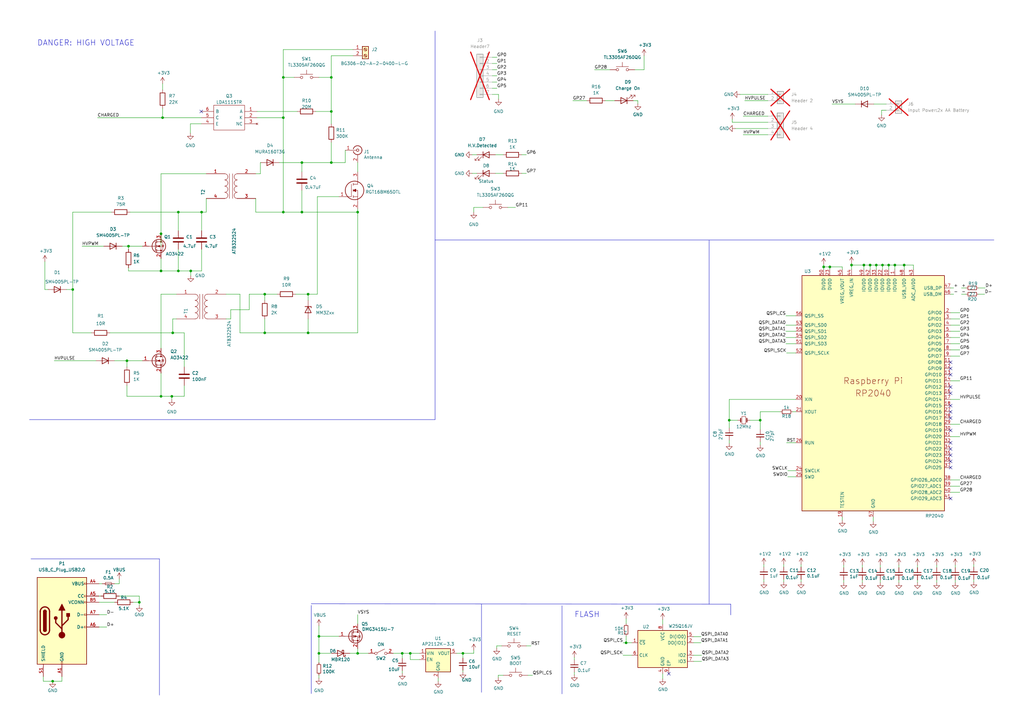
<source format=kicad_sch>
(kicad_sch (version 20230121) (generator eeschema)
  (paper "A3")
  (junction (at 168.275 267.97))
  (junction (at 126.365 136.525))
  (junction (at 123.825 86.995))
  (junction (at 299.085 172.339))
  (junction (at 311.785 172.339))
  (junction (at 73.152 86.995))
  (junction (at 66.04 162.56))
  (junction (at 66.04 95.885))
  (junction (at 116.205 86.995))
  (junction (at 337.82 109.474))
  (junction (at 146.685 86.995))
  (junction (at 135.89 31.75))
  (junction (at 359.41 108.712))
  (junction (at 189.865 267.97))
  (junction (at 70.8406 136.525))
  (junction (at 164.973 267.97))
  (junction (at 256.794 263.652))
  (junction (at 126.365 120.65))
  (junction (at 57.15 247.015))
  (junction (at 66.675 48.26))
  (junction (at 116.205 48.26))
  (junction (at 356.87 108.712))
  (junction (at 364.49 108.712))
  (junction (at 367.03 108.712))
  (junction (at 52.07 147.955))
  (junction (at 29.845 118.745))
  (junction (at 340.36 109.474))
  (junction (at 135.89 45.72))
  (junction (at 116.205 31.75))
  (junction (at 361.95 108.712))
  (junction (at 108.585 120.65))
  (junction (at 108.585 136.525))
  (junction (at 73.152 111.125))
  (junction (at 21.59 279.4))
  (junction (at 123.825 66.675))
  (junction (at 370.84 108.712))
  (junction (at 78.232 111.125))
  (junction (at 135.89 66.675))
  (junction (at 82.677 86.995))
  (junction (at 52.705 100.965))
  (junction (at 70.485 162.56))
  (junction (at 130.81 260.985))
  (junction (at 146.685 267.97))
  (junction (at 66.04 111.125))
  (junction (at 130.81 267.97))
  (junction (at 354.33 108.712))
  (junction (at 349.25 108.712))
  (no_connect (at 389.89 153.67))
  (no_connect (at 389.89 184.15))
  (no_connect (at 389.89 171.45))
  (no_connect (at 389.89 148.59))
  (no_connect (at 389.89 191.77))
  (no_connect (at 389.89 181.61))
  (no_connect (at 274.32 276.352))
  (no_connect (at 389.89 166.37))
  (no_connect (at 389.89 151.13))
  (no_connect (at 389.89 189.23))
  (no_connect (at 389.89 176.53))
  (no_connect (at 389.89 186.69))
  (no_connect (at 389.89 204.47))
  (no_connect (at 389.89 168.91))
  (no_connect (at 389.89 161.29))
  (no_connect (at 389.89 158.75))
  (no_connect (at 82.55 45.72))
  (wire (pts (xy 299.085 163.83) (xy 299.085 172.339)))
  (wire (pts (xy 284.48 268.732) (xy 287.782 268.732)))
  (wire (pts (xy 358.14 212.09) (xy 358.14 213.868)))
  (wire (pts (xy 92.71 120.65) (xy 98.425 120.65)))
  (wire (pts (xy 346.075 237.871) (xy 346.075 238.887)))
  (wire (pts (xy 361.569 45.212) (xy 361.569 47.117)))
  (wire (pts (xy 29.845 86.995) (xy 45.72 86.995)))
  (wire (pts (xy 135.89 22.86) (xy 135.89 31.75)))
  (wire (pts (xy 189.865 267.97) (xy 194.31 267.97)))
  (wire (pts (xy 116.205 31.75) (xy 116.205 48.26)))
  (wire (pts (xy 70.485 162.56) (xy 70.485 163.83)))
  (wire (pts (xy 130.81 278.13) (xy 130.81 276.86)))
  (wire (pts (xy 130.81 267.97) (xy 135.89 267.97)))
  (wire (pts (xy 354.33 110.49) (xy 354.33 108.712)))
  (wire (pts (xy 108.585 136.525) (xy 126.365 136.525)))
  (wire (pts (xy 401.32 118.11) (xy 404.114 118.11)))
  (wire (pts (xy 393.7 201.93) (xy 389.89 201.93)))
  (wire (pts (xy 57.15 244.475) (xy 57.15 247.015)))
  (wire (pts (xy 108.585 123.19) (xy 108.585 120.65)))
  (wire (pts (xy 102.235 127) (xy 102.235 120.65)))
  (polyline (pts (xy 290.83 98.552) (xy 290.83 247.777)))
  (wire (pts (xy 146.685 136.525) (xy 146.685 86.995)))
  (wire (pts (xy 123.825 66.675) (xy 135.89 66.675)))
  (wire (pts (xy 368.681 232.791) (xy 368.681 231.775)))
  (wire (pts (xy 114.554 66.675) (xy 123.825 66.675)))
  (wire (pts (xy 356.87 110.49) (xy 356.87 108.712)))
  (wire (pts (xy 73.152 86.995) (xy 73.152 94.615)))
  (wire (pts (xy 259.715 41.275) (xy 261.62 41.275)))
  (wire (pts (xy 203.2 63.5) (xy 206.375 63.5)))
  (wire (pts (xy 203.835 26.035) (xy 201.93 26.035)))
  (wire (pts (xy 19.685 118.745) (xy 18.415 118.745)))
  (wire (pts (xy 394.335 120.65) (xy 396.24 120.65)))
  (polyline (pts (xy 178.435 98.425) (xy 407.67 98.425)))
  (wire (pts (xy 307.594 172.339) (xy 311.785 172.339)))
  (wire (pts (xy 17.78 277.495) (xy 17.78 279.4)))
  (wire (pts (xy 75.565 136.525) (xy 75.565 150.495)))
  (wire (pts (xy 54.61 247.015) (xy 57.15 247.015)))
  (wire (pts (xy 393.7 179.07) (xy 389.89 179.07)))
  (wire (pts (xy 52.07 150.495) (xy 52.07 147.955)))
  (wire (pts (xy 40.64 247.015) (xy 46.99 247.015)))
  (wire (pts (xy 321.437 232.537) (xy 321.437 231.521)))
  (wire (pts (xy 264.16 28.575) (xy 264.16 22.86)))
  (wire (pts (xy 45.085 136.525) (xy 70.8406 136.525)))
  (wire (pts (xy 359.41 110.49) (xy 359.41 108.712)))
  (wire (pts (xy 299.085 172.339) (xy 302.514 172.339)))
  (wire (pts (xy 359.41 108.712) (xy 361.95 108.712)))
  (wire (pts (xy 393.7 199.39) (xy 389.89 199.39)))
  (wire (pts (xy 364.49 110.49) (xy 364.49 108.712)))
  (wire (pts (xy 284.48 271.272) (xy 287.782 271.272)))
  (wire (pts (xy 204.343 276.987) (xy 204.343 277.876)))
  (wire (pts (xy 353.695 232.791) (xy 353.695 231.775)))
  (wire (pts (xy 305.435 41.275) (xy 314.96 41.275)))
  (wire (pts (xy 70.8406 136.525) (xy 75.565 136.525)))
  (wire (pts (xy 123.825 78.105) (xy 123.825 86.995)))
  (wire (pts (xy 370.84 110.49) (xy 370.84 108.712)))
  (wire (pts (xy 130.81 256.667) (xy 130.81 260.985)))
  (wire (pts (xy 393.7 135.89) (xy 389.89 135.89)))
  (wire (pts (xy 203.835 33.655) (xy 201.93 33.655)))
  (wire (pts (xy 123.825 66.675) (xy 123.825 70.485)))
  (wire (pts (xy 384.175 232.791) (xy 384.175 231.775)))
  (wire (pts (xy 391.795 237.871) (xy 391.795 238.887)))
  (wire (pts (xy 203.835 31.115) (xy 201.93 31.115)))
  (wire (pts (xy 82.677 102.235) (xy 82.677 111.125)))
  (wire (pts (xy 82.677 86.995) (xy 84.582 86.995)))
  (wire (pts (xy 326.39 168.91) (xy 325.12 168.91)))
  (wire (pts (xy 215.9 63.5) (xy 213.995 63.5)))
  (wire (pts (xy 367.03 108.712) (xy 367.03 110.49)))
  (wire (pts (xy 299.085 181.864) (xy 299.085 180.594)))
  (wire (pts (xy 211.455 85.09) (xy 208.28 85.09)))
  (wire (pts (xy 52.705 100.965) (xy 50.165 100.965)))
  (wire (pts (xy 126.365 130.81) (xy 126.365 136.525)))
  (wire (pts (xy 193.675 71.12) (xy 195.58 71.12)))
  (wire (pts (xy 259.08 263.652) (xy 256.794 263.652)))
  (wire (pts (xy 143.51 267.97) (xy 146.685 267.97)))
  (wire (pts (xy 70.485 162.56) (xy 75.565 162.56)))
  (wire (pts (xy 256.794 260.858) (xy 256.794 263.652)))
  (wire (pts (xy 70.8406 130.81) (xy 72.39 130.81)))
  (wire (pts (xy 66.04 111.125) (xy 73.152 111.125)))
  (wire (pts (xy 29.845 118.745) (xy 27.305 118.745)))
  (wire (pts (xy 18.415 118.745) (xy 18.415 107.315)))
  (wire (pts (xy 130.81 267.97) (xy 130.81 271.78)))
  (wire (pts (xy 361.95 108.712) (xy 364.49 108.712)))
  (wire (pts (xy 393.7 146.05) (xy 389.89 146.05)))
  (wire (pts (xy 161.29 267.97) (xy 164.973 267.97)))
  (wire (pts (xy 104.902 71.247) (xy 106.807 71.247)))
  (wire (pts (xy 346.075 232.791) (xy 346.075 231.775)))
  (wire (pts (xy 321.437 237.617) (xy 321.437 238.633)))
  (wire (pts (xy 205.74 264.922) (xy 203.708 264.922)))
  (wire (pts (xy 356.87 108.712) (xy 359.41 108.712)))
  (wire (pts (xy 311.785 168.91) (xy 320.04 168.91)))
  (wire (pts (xy 391.16 118.11) (xy 389.89 118.11)))
  (wire (pts (xy 234.95 41.275) (xy 240.665 41.275)))
  (wire (pts (xy 94.615 127) (xy 102.235 127)))
  (polyline (pts (xy 230.505 248.412) (xy 230.505 284.607)))
  (wire (pts (xy 41.91 239.395) (xy 40.64 239.395)))
  (wire (pts (xy 393.7 130.81) (xy 389.89 130.81)))
  (wire (pts (xy 135.89 45.72) (xy 129.54 45.72)))
  (wire (pts (xy 73.152 111.125) (xy 78.232 111.125)))
  (wire (pts (xy 363.474 45.212) (xy 361.569 45.212)))
  (wire (pts (xy 168.275 270.51) (xy 172.085 270.51)))
  (wire (pts (xy 391.16 120.65) (xy 389.89 120.65)))
  (wire (pts (xy 393.7 128.27) (xy 389.89 128.27)))
  (wire (pts (xy 358.394 42.672) (xy 363.474 42.672)))
  (wire (pts (xy 66.04 153.035) (xy 66.04 162.56)))
  (wire (pts (xy 313.309 237.617) (xy 313.309 238.633)))
  (wire (pts (xy 394.335 118.11) (xy 396.24 118.11)))
  (wire (pts (xy 144.78 22.86) (xy 135.89 22.86)))
  (wire (pts (xy 135.89 45.72) (xy 135.89 50.8)))
  (wire (pts (xy 33.655 100.965) (xy 42.545 100.965)))
  (wire (pts (xy 203.835 23.495) (xy 201.93 23.495)))
  (wire (pts (xy 66.675 34.29) (xy 66.675 36.83)))
  (wire (pts (xy 328.549 237.617) (xy 328.549 238.633)))
  (wire (pts (xy 92.71 130.81) (xy 94.615 130.81)))
  (wire (pts (xy 108.585 120.65) (xy 113.665 120.65)))
  (wire (pts (xy 126.365 136.525) (xy 146.685 136.525)))
  (wire (pts (xy 361.95 110.49) (xy 361.95 108.712)))
  (wire (pts (xy 82.677 94.615) (xy 82.677 86.995)))
  (wire (pts (xy 326.39 163.83) (xy 299.085 163.83)))
  (wire (pts (xy 17.78 279.4) (xy 21.59 279.4)))
  (wire (pts (xy 52.705 109.855) (xy 52.705 111.125)))
  (wire (pts (xy 401.32 120.65) (xy 403.86 120.65)))
  (wire (pts (xy 135.89 31.75) (xy 135.89 45.72)))
  (wire (pts (xy 94.615 130.81) (xy 94.615 127)))
  (wire (pts (xy 121.285 120.65) (xy 126.365 120.65)))
  (wire (pts (xy 22.225 147.955) (xy 39.37 147.955)))
  (wire (pts (xy 48.895 237.49) (xy 48.895 239.395)))
  (wire (pts (xy 384.175 237.871) (xy 384.175 238.887)))
  (wire (pts (xy 326.39 193.04) (xy 323.088 193.04)))
  (wire (pts (xy 40.64 244.475) (xy 41.275 244.475)))
  (wire (pts (xy 82.677 111.125) (xy 78.232 111.125)))
  (wire (pts (xy 135.89 66.675) (xy 141.605 66.675)))
  (wire (pts (xy 393.7 143.51) (xy 389.89 143.51)))
  (wire (pts (xy 106.807 66.675) (xy 106.934 66.675)))
  (wire (pts (xy 179.705 278.13) (xy 179.705 279.4)))
  (polyline (pts (xy 65.405 285.115) (xy 65.405 229.235)))
  (wire (pts (xy 48.895 244.475) (xy 57.15 244.475)))
  (polyline (pts (xy 127.635 248.285) (xy 127.635 284.48)))
  (wire (pts (xy 168.275 267.97) (xy 172.085 267.97)))
  (wire (pts (xy 116.205 20.32) (xy 116.205 31.75)))
  (wire (pts (xy 29.845 136.525) (xy 29.845 118.745)))
  (wire (pts (xy 203.835 36.195) (xy 201.93 36.195)))
  (wire (pts (xy 303.53 38.735) (xy 314.96 38.735)))
  (wire (pts (xy 43.815 257.175) (xy 40.64 257.175)))
  (wire (pts (xy 391.795 232.791) (xy 391.795 231.775)))
  (wire (pts (xy 326.39 138.43) (xy 322.326 138.43)))
  (wire (pts (xy 393.7 138.43) (xy 389.89 138.43)))
  (wire (pts (xy 194.31 267.97) (xy 194.31 266.7)))
  (wire (pts (xy 326.39 133.35) (xy 322.326 133.35)))
  (wire (pts (xy 361.061 232.791) (xy 361.061 231.775)))
  (wire (pts (xy 204.47 38.735) (xy 204.47 40.64)))
  (wire (pts (xy 105.41 45.72) (xy 121.92 45.72)))
  (wire (pts (xy 206.375 276.987) (xy 204.343 276.987)))
  (wire (pts (xy 164.973 267.97) (xy 168.275 267.97)))
  (wire (pts (xy 256.794 255.778) (xy 256.794 253.746)))
  (wire (pts (xy 116.205 48.26) (xy 116.205 86.995)))
  (wire (pts (xy 66.04 71.247) (xy 84.582 71.247)))
  (wire (pts (xy 73.152 102.235) (xy 73.152 111.125)))
  (wire (pts (xy 345.44 212.09) (xy 345.44 213.36)))
  (wire (pts (xy 130.81 260.985) (xy 139.065 260.985)))
  (wire (pts (xy 216.535 276.987) (xy 218.44 276.987)))
  (wire (pts (xy 189.865 274.955) (xy 189.865 275.59)))
  (wire (pts (xy 146.685 85.725) (xy 146.685 86.995)))
  (wire (pts (xy 75.565 158.115) (xy 75.565 162.56)))
  (wire (pts (xy 52.07 162.56) (xy 66.04 162.56)))
  (wire (pts (xy 261.62 41.275) (xy 261.62 42.545)))
  (polyline (pts (xy 12.065 172.085) (xy 178.435 172.085)))
  (wire (pts (xy 374.65 108.712) (xy 370.84 108.712)))
  (wire (pts (xy 393.7 156.21) (xy 389.89 156.21)))
  (wire (pts (xy 301.625 52.705) (xy 314.96 52.705)))
  (wire (pts (xy 130.81 31.75) (xy 135.89 31.75)))
  (wire (pts (xy 271.78 276.352) (xy 271.78 278.384)))
  (wire (pts (xy 135.89 58.42) (xy 135.89 66.675)))
  (wire (pts (xy 376.301 232.791) (xy 376.301 231.775)))
  (wire (pts (xy 116.205 86.995) (xy 123.825 86.995)))
  (wire (pts (xy 102.235 120.65) (xy 108.585 120.65)))
  (wire (pts (xy 300.355 50.165) (xy 300.355 48.895)))
  (polyline (pts (xy 127.635 247.65) (xy 299.72 247.777)))
  (wire (pts (xy 66.04 100.965) (xy 66.04 95.885)))
  (wire (pts (xy 284.48 263.652) (xy 287.528 263.652)))
  (wire (pts (xy 203.835 28.575) (xy 201.93 28.575)))
  (wire (pts (xy 393.7 173.99) (xy 389.89 173.99)))
  (wire (pts (xy 215.9 264.922) (xy 217.805 264.922)))
  (wire (pts (xy 337.82 109.474) (xy 340.36 109.474)))
  (wire (pts (xy 168.275 270.51) (xy 168.275 267.97)))
  (wire (pts (xy 57.15 247.015) (xy 57.15 248.285)))
  (wire (pts (xy 284.48 261.112) (xy 287.528 261.112)))
  (wire (pts (xy 66.04 120.65) (xy 72.39 120.65)))
  (wire (pts (xy 326.39 129.54) (xy 322.326 129.54)))
  (wire (pts (xy 66.04 71.247) (xy 66.04 95.885)))
  (wire (pts (xy 130.81 260.985) (xy 130.81 267.97)))
  (wire (pts (xy 349.25 110.49) (xy 349.25 108.712)))
  (wire (pts (xy 259.08 268.732) (xy 255.524 268.732)))
  (wire (pts (xy 248.285 41.275) (xy 252.095 41.275)))
  (wire (pts (xy 353.695 237.871) (xy 353.695 238.887)))
  (wire (pts (xy 146.685 267.97) (xy 151.13 267.97)))
  (wire (pts (xy 104.902 86.995) (xy 116.205 86.995)))
  (wire (pts (xy 340.36 109.474) (xy 340.36 110.49)))
  (polyline (pts (xy 299.72 247.777) (xy 299.72 252.222)))
  (wire (pts (xy 46.99 239.395) (xy 48.895 239.395)))
  (wire (pts (xy 37.465 136.525) (xy 29.845 136.525)))
  (wire (pts (xy 194.31 86.995) (xy 194.31 85.09)))
  (wire (pts (xy 243.84 28.575) (xy 250.19 28.575)))
  (wire (pts (xy 43.815 252.095) (xy 40.64 252.095)))
  (wire (pts (xy 146.685 266.065) (xy 146.685 267.97)))
  (wire (pts (xy 130.175 120.65) (xy 126.365 120.65)))
  (wire (pts (xy 66.04 106.045) (xy 66.04 111.125)))
  (wire (pts (xy 66.675 44.45) (xy 66.675 48.26)))
  (wire (pts (xy 368.681 237.871) (xy 368.681 238.887)))
  (wire (pts (xy 374.65 110.49) (xy 374.65 108.712)))
  (wire (pts (xy 98.425 120.65) (xy 98.425 136.525)))
  (wire (pts (xy 139.065 80.645) (xy 130.175 80.645)))
  (wire (pts (xy 52.705 102.235) (xy 52.705 100.965)))
  (wire (pts (xy 146.685 66.675) (xy 146.685 70.485)))
  (wire (pts (xy 52.705 100.965) (xy 58.42 100.965)))
  (wire (pts (xy 299.085 172.339) (xy 299.085 175.514)))
  (wire (pts (xy 304.8 47.625) (xy 314.96 47.625)))
  (wire (pts (xy 84.582 86.995) (xy 84.582 81.407)))
  (polyline (pts (xy 178.435 12.7) (xy 178.435 172.085)))
  (wire (pts (xy 194.31 85.09) (xy 198.12 85.09)))
  (wire (pts (xy 326.39 140.97) (xy 322.326 140.97)))
  (wire (pts (xy 66.04 162.56) (xy 70.485 162.56)))
  (wire (pts (xy 256.794 263.652) (xy 255.524 263.652)))
  (wire (pts (xy 271.78 256.032) (xy 271.78 254.127)))
  (wire (pts (xy 193.675 63.5) (xy 195.58 63.5)))
  (wire (pts (xy 120.65 31.75) (xy 116.205 31.75)))
  (wire (pts (xy 66.04 120.65) (xy 66.04 142.875)))
  (wire (pts (xy 341.249 42.672) (xy 350.774 42.672)))
  (wire (pts (xy 364.49 108.712) (xy 367.03 108.712)))
  (wire (pts (xy 393.7 133.35) (xy 389.89 133.35)))
  (wire (pts (xy 82.55 50.8) (xy 78.105 50.8)))
  (wire (pts (xy 29.845 118.745) (xy 29.845 86.995)))
  (wire (pts (xy 106.807 71.247) (xy 106.807 66.675)))
  (wire (pts (xy 393.7 163.83) (xy 389.89 163.83)))
  (wire (pts (xy 215.9 71.12) (xy 213.995 71.12)))
  (wire (pts (xy 70.8406 130.81) (xy 70.8406 136.525)))
  (wire (pts (xy 52.07 147.955) (xy 46.99 147.955)))
  (wire (pts (xy 311.785 172.339) (xy 311.785 176.149)))
  (wire (pts (xy 40.005 48.26) (xy 66.675 48.26)))
  (wire (pts (xy 203.2 71.12) (xy 206.375 71.12)))
  (polyline (pts (xy 12.7 229.235) (xy 65.405 229.235)))
  (wire (pts (xy 311.785 182.499) (xy 311.785 181.229)))
  (wire (pts (xy 345.44 110.49) (xy 345.44 109.474)))
  (wire (pts (xy 189.865 267.97) (xy 189.865 269.875)))
  (wire (pts (xy 376.301 237.871) (xy 376.301 238.887)))
  (wire (pts (xy 337.82 110.49) (xy 337.82 109.474)))
  (wire (pts (xy 313.309 232.537) (xy 313.309 231.521)))
  (wire (pts (xy 326.39 195.58) (xy 323.088 195.58)))
  (wire (pts (xy 98.425 136.525) (xy 108.585 136.525)))
  (wire (pts (xy 52.07 158.115) (xy 52.07 162.56)))
  (wire (pts (xy 399.415 237.617) (xy 399.415 238.633)))
  (wire (pts (xy 399.415 232.537) (xy 399.415 231.521)))
  (wire (pts (xy 326.39 181.61) (xy 322.58 181.61)))
  (wire (pts (xy 260.35 28.575) (xy 264.16 28.575)))
  (wire (pts (xy 203.708 264.922) (xy 203.708 265.811)))
  (wire (pts (xy 52.705 111.125) (xy 66.04 111.125)))
  (wire (pts (xy 126.365 120.65) (xy 126.365 123.19)))
  (wire (pts (xy 66.675 48.26) (xy 82.55 48.26)))
  (polyline (pts (xy 197.485 247.777) (xy 197.485 283.972)))
  (wire (pts (xy 337.82 109.474) (xy 337.82 108.458)))
  (wire (pts (xy 326.39 135.89) (xy 322.326 135.89)))
  (wire (pts (xy 78.232 111.125) (xy 78.232 113.03)))
  (wire (pts (xy 78.105 50.8) (xy 78.105 54.61)))
  (wire (pts (xy 361.061 237.871) (xy 361.061 238.887)))
  (wire (pts (xy 235.585 270.637) (xy 235.585 269.621)))
  (wire (pts (xy 314.96 50.165) (xy 300.355 50.165)))
  (wire (pts (xy 25.4 279.4) (xy 21.59 279.4)))
  (wire (pts (xy 393.7 196.85) (xy 389.89 196.85)))
  (wire (pts (xy 123.825 86.995) (xy 146.685 86.995)))
  (wire (pts (xy 201.93 38.735) (xy 204.47 38.735)))
  (wire (pts (xy 108.585 136.525) (xy 108.585 130.81)))
  (wire (pts (xy 304.8 55.245) (xy 314.96 55.245)))
  (wire (pts (xy 53.34 86.995) (xy 73.152 86.995)))
  (wire (pts (xy 354.33 108.712) (xy 356.87 108.712)))
  (wire (pts (xy 349.25 108.712) (xy 354.33 108.712)))
  (wire (pts (xy 146.685 252.095) (xy 146.685 255.905)))
  (wire (pts (xy 311.785 168.91) (xy 311.785 172.339)))
  (wire (pts (xy 164.973 270.002) (xy 164.973 267.97)))
  (wire (pts (xy 141.605 61.595) (xy 141.605 66.675)))
  (wire (pts (xy 25.4 277.495) (xy 25.4 279.4)))
  (wire (pts (xy 130.175 80.645) (xy 130.175 120.65)))
  (wire (pts (xy 345.44 109.474) (xy 340.36 109.474)))
  (wire (pts (xy 349.25 108.712) (xy 349.25 107.95)))
  (wire (pts (xy 52.07 147.955) (xy 58.42 147.955)))
  (wire (pts (xy 73.152 86.995) (xy 82.677 86.995)))
  (wire (pts (xy 235.585 275.717) (xy 235.585 276.733)))
  (wire (pts (xy 105.41 48.26) (xy 116.205 48.26)))
  (wire (pts (xy 187.325 267.97) (xy 189.865 267.97)))
  (wire (pts (xy 326.39 144.78) (xy 322.58 144.78)))
  (wire (pts (xy 144.78 20.32) (xy 116.205 20.32)))
  (wire (pts (xy 164.973 275.082) (xy 164.973 276.098)))
  (wire (pts (xy 104.902 86.995) (xy 104.902 81.407)))
  (wire (pts (xy 370.84 108.712) (xy 367.03 108.712)))
  (wire (pts (xy 393.7 140.97) (xy 389.89 140.97)))
  (wire (pts (xy 328.549 232.537) (xy 328.549 231.521)))
  (text "FLASH" (at 235.585 253.492 0) (effects (font (size 2.2606 2.2606)) (justify left bottom)))
  (text "DANGER: HIGH VOLTAGE\n" (at 15.24 19.05 0) (effects (font (size 2.2606 2.2606)) (justify left bottom)))
  (label "GP3" (at 393.7 135.89 0))
  (label "VSYS" (at 341.249 42.672 0))
  (label "QSPI_CS" (at 255.524 263.652 180))
  (label "QSPI_CS" (at 218.44 276.987 0))
  (label "+" (at 391.16 118.11 0))
  (label "QSPI_DATA2" (at 287.782 268.732 0))
  (label "HVPWM" (at 393.7 179.07 0))
  (label "GP28" (at 393.7 201.93 0))
  (label "CHARGED" (at 393.7 196.85 0))
  (label "GP3" (at 203.835 31.115 0))
  (label "QSPI_DATA1" (at 287.528 263.652 0))
  (label "GP11" (at 393.7 156.21 0))
  (label "GP27" (at 393.7 199.39 0))
  (label "QSPI_SCK" (at 322.58 144.78 180))
  (label "SWCLK" (at 323.088 193.04 180))
  (label "GP5" (at 203.835 36.195 0))
  (label "GP6" (at 215.9 63.5 0))
  (label "RST" (at 217.805 264.922 0))
  (label "VSYS" (at 146.685 252.095 0))
  (label "QSPI_DATA3" (at 322.326 140.97 180))
  (label "SWDIO" (at 323.088 195.58 180))
  (label "QSPI_SCK" (at 255.524 268.732 180))
  (label "GP2" (at 203.835 28.575 0))
  (label "GP7" (at 215.9 71.12 0))
  (label "GP7" (at 393.7 146.05 0))
  (label "RST" (at 322.58 181.61 0))
  (label "CHARGED" (at 40.005 48.26 0))
  (label "GP2" (at 393.7 133.35 0))
  (label "-" (at 391.16 120.65 0))
  (label "D-" (at 43.815 252.095 0))
  (label "-" (at 394.335 120.65 0))
  (label "CHARGED" (at 304.8 47.625 0))
  (label "CHARGED" (at 393.7 173.99 0))
  (label "QSPI_CS" (at 322.326 129.54 180))
  (label "QSPI_DATA0" (at 322.326 133.35 180))
  (label "D+" (at 43.815 257.175 0))
  (label "GP11" (at 211.455 85.09 0))
  (label "QSPI_DATA0" (at 287.528 261.112 0))
  (label "GP4" (at 393.7 138.43 0))
  (label "HVPWM" (at 304.8 55.245 0))
  (label "HVPULSE" (at 305.435 41.275 0))
  (label "GP0" (at 203.835 23.495 0))
  (label "QSPI_DATA3" (at 287.782 271.272 0))
  (label "GP4" (at 203.835 33.655 0))
  (label "GP0" (at 393.7 128.27 0))
  (label "HVPWM" (at 33.655 100.965 0))
  (label "GP1" (at 393.7 130.81 0))
  (label "QSPI_DATA2" (at 322.326 138.43 180))
  (label "QSPI_DATA1" (at 322.326 135.89 180))
  (label "HVPULSE" (at 22.225 147.955 0))
  (label "GP1" (at 203.835 26.035 0))
  (label "GP28" (at 243.84 28.575 0))
  (label "GP5" (at 393.7 140.97 0))
  (label "D+" (at 404.114 118.11 0))
  (label "GP27" (at 234.95 41.275 0))
  (label "HVPULSE" (at 393.7 163.83 0))
  (label "+" (at 394.335 118.11 0))
  (label "GP6" (at 393.7 143.51 0))
  (label "D-" (at 403.86 120.65 0))
  (symbol (lib_id "Device:R_Small") (at 256.794 258.318 0) (unit 1)
    (property "Reference" "R17" (at 253.238 259.588 0) (effects (justify left)))
    (property "Value" "10K" (at 251.968 257.81 0) (effects (justify left)))
    (property "Footprint" "Resistor_SMD:R_0603_1608Metric" (effects hide))
    (property "Datasheet" "https://datasheet.lcsc.com/lcsc/1811081617_YAGEO-RC0603JR-0710KL_C99198.pdf" (effects hide))
    (property "LCSC#" "C99198" (effects hide))
    (property "Proveedor" "LCSC" (effects hide))
  )
  (symbol (lib_id "Diode:MBR340") (at 139.7 267.97 180) (unit 1)
    (property "Reference" "D6" (at 136.525 266.954 0))
    (property "Value" "MBR120" (at 139.7 270.51 0))
    (property "Footprint" "Diode_SMD:D_SOD-123" (effects hide))
    (property "Datasheet" "http://www.onsemi.com/pub_link/Collateral/MBR340-D.PDF" (effects hide))
    (property "LCSC#" "C130880" (effects hide))
    (property "Proveedor" "LCSC" (effects hide))
  )
  (symbol (lib_id "power:GND") (at 78.232 113.03 0) (unit 1)
    (property "Reference" "#PWR08" (effects hide))
    (property "Value" "GND" (at 82.042 113.03 0))
  )
  (symbol (lib_id "power:GND") (at 358.14 213.868 0) (unit 1)
    (property "Reference" "#PWR050" (effects hide))
    (property "Value" "GND" (at 358.267 218.2622 0))
  )
  (symbol (lib_name "GND_1") (lib_id "power:GND") (at 130.81 278.13 0) (unit 1)
    (property "Reference" "#PWR010" (effects hide))
    (property "Value" "GND" (at 130.81 283.21 0))
  )
  (symbol (lib_id "power:GND") (at 204.47 40.64 0) (unit 1)
    (property "Reference" "#PWR020" (effects hide))
    (property "Value" "GND" (at 204.47 45.72 0))
  )
  (symbol (lib_id "power:GND") (at 78.105 54.61 0) (unit 1)
    (property "Reference" "#PWR07" (effects hide))
    (property "Value" "GND" (at 78.105 59.69 0))
  )
  (symbol (lib_id "power:GND") (at 345.44 213.36 0) (unit 1)
    (property "Reference" "#PWR043" (effects hide))
    (property "Value" "GND" (at 345.567 217.7542 0))
  )
  (symbol (lib_id "Device:C_Small") (at 353.695 235.331 0) (unit 1)
    (property "Reference" "C14" (at 356.0318 234.1626 0) (effects (justify left)))
    (property "Value" "0.1uF" (at 354.711 237.109 0) (effects (justify left)))
    (property "Footprint" "Capacitor_SMD:C_0402_1005Metric" (effects hide))
    (property "Datasheet" "https://www.mouser.mx/datasheet/2/447/UPY_NP0X5R_01005_4V_to_25V_V10-3003057.pdf" (effects hide))
    (property "LCSC#" "C106209" (effects hide))
    (property "Manf#" "CC0402ZRY5V7BB104" (effects hide))
    (property "Proveedor" "MOUSER" (effects hide))
  )
  (symbol (lib_id "PicoWAN-rescue:RP2040-MCU_RaspberryPi_and_Boards-PicoWAN-rescue-PicoWAN-rescue") (at 358.14 161.29 0) (unit 1)
    (property "Reference" "U3" (at 331.216 111.252 0))
    (property "Value" "RP2040" (at 383.286 211.582 0))
    (property "Footprint" "BuggyCat:RP2040-QFN-56" (effects hide))
    (property "Datasheet" "https://www.mouser.mx/datasheet/2/630/hardware_design_with_rp2040-2904726.pdf" (effects hide))
    (property "Manf#" "RPI Chip RP2040-7-500" (effects hide))
    (property "Proveedor" "MOUSER" (effects hide))
  )
  (symbol (lib_id "Device:R") (at 41.275 136.525 90) (unit 1)
    (property "Reference" "R1" (at 41.275 129.54 90))
    (property "Value" "10R" (at 41.275 132.715 90))
    (property "Footprint" "Resistor_SMD:R_0603_1608Metric" (effects hide))
    (property "Datasheet" "https://www.mouser.mx/datasheet/2/447/PYu_RC_Group_51_RoHS_L_11-1984063.pdf" (effects hide))
    (property "Manf#" "RC0603FR-0710RL" (effects hide))
    (property "Proveedor" "MOUSER" (effects hide))
    (property "LCSC#" "C109318" (effects hide))
  )
  (symbol (lib_id "Device:R") (at 45.085 244.475 90) (unit 1)
    (property "Reference" "R2" (at 45.085 240.665 90))
    (property "Value" "5.1K" (at 45.085 242.57 90))
    (property "Footprint" "Resistor_SMD:R_0603_1608Metric" (effects hide))
    (property "Datasheet" "https://www.mouser.mx/datasheet/2/427/crcwce3-1762584.pdf" (effects hide))
    (property "Manf#" "CRCW06035K10FKEAC" (effects hide))
    (property "Proveedor" "MOUSER" (effects hide))
    (property "LCSC#" "C23186" (effects hide))
  )
  (symbol (lib_id "Device:C_Small") (at 164.973 272.542 0) (unit 1)
    (property "Reference" "C5" (at 160.782 270.891 0) (effects (justify left)))
    (property "Value" "10uF" (at 159.258 274.574 0) (effects (justify left)))
    (property "Footprint" "Capacitor_SMD:C_0402_1005Metric" (effects hide))
    (property "Datasheet" "https://www.mouser.mx/datasheet/2/585/MLCC-1837944.pdf" (effects hide))
    (property "LCSC#" "C15525" (effects hide))
    (property "Manf#" "CL05A106MQ5NUNC" (effects hide))
    (property "Proveedor" "MOUSER" (effects hide))
  )
  (symbol (lib_id "Switch:SW_Push") (at 125.73 31.75 0) (unit 1)
    (property "Reference" "SW1" (at 125.73 24.13 0))
    (property "Value" "TL3305AF260QG" (at 125.73 26.67 0))
    (property "Footprint" "BuggyCat:TL3305AF160QG" (effects hide))
    (property "Datasheet" "https://www.mouser.mx/datasheet/2/140/TL3305-2065758.pdf" (effects hide))
    (property "Manf#" "TL3305AF260QG" (effects hide))
    (property "Proveedor" "MOUSER" (effects hide))
  )
  (symbol (lib_id "Connector_Generic:Conn_01x07") (at 196.85 31.115 0) (mirror y) (unit 1) (dnp yes)
    (property "Reference" "J3" (at 196.85 16.51 0))
    (property "Value" "Header7" (at 196.85 19.05 0))
    (property "Footprint" "Connector_PinHeader_2.54mm:PinHeader_1x07_P2.54mm_Vertical" (effects hide))
  )
  (symbol (lib_id "power:+1V2") (at 313.309 231.521 0) (unit 1)
    (property "Reference" "#PWR033" (effects hide))
    (property "Value" "+1V2" (at 313.69 227.1268 0))
  )
  (symbol (lib_id "power:GND") (at 21.59 279.4 0) (unit 1)
    (property "Reference" "#PWR02" (effects hide))
    (property "Value" "GND" (at 21.59 283.21 0))
  )
  (symbol (lib_id "Switch:SW_Push") (at 211.455 276.987 0) (unit 1)
    (property "Reference" "SW5" (at 211.455 269.748 0))
    (property "Value" "BOOT" (at 211.455 272.0594 0))
    (property "Footprint" "Button_Switch_SMD:SW_SPST_TL3342" (effects hide))
    (property "Datasheet" "https://www.mouser.mx/datasheet/2/140/TL3342-2065746.pdf" (effects hide))
    (property "LCSC#" "C2886897" (effects hide))
    (property "Manf#" "TL3342F450QG" (effects hide))
    (property "Proveedor" "MOUSER" (effects hide))
  )
  (symbol (lib_id "Device:R") (at 50.8 247.015 90) (unit 1)
    (property "Reference" "R4" (at 50.8 245.11 90))
    (property "Value" "5.1K" (at 50.8 249.555 90))
    (property "Footprint" "Resistor_SMD:R_0603_1608Metric" (effects hide))
    (property "Datasheet" "https://www.mouser.mx/datasheet/2/427/crcwce3-1762584.pdf" (effects hide))
    (property "Manf#" "CRCW06035K10FKEAC" (effects hide))
    (property "Proveedor" "MOUSER" (effects hide))
    (property "LCSC#" "C23186" (effects hide))
  )
  (symbol (lib_id "Device:R") (at 125.73 45.72 90) (unit 1)
    (property "Reference" "R10" (at 125.73 41.275 90))
    (property "Value" "20M" (at 125.73 43.815 90))
    (property "Footprint" "Resistor_SMD:R_2010_5025Metric" (effects hide))
    (property "Datasheet" "https://www.mouser.mx/datasheet/2/427/crma-1765222.pdf" (effects hide))
    (property "Manf#" "CRMA2010AF20M0FKEF" (effects hide))
    (property "Proveedor" "MOUSER" (effects hide))
  )
  (symbol (lib_id "power:GND") (at 193.675 71.12 270) (unit 1)
    (property "Reference" "#PWR016" (effects hide))
    (property "Value" "GND" (at 190.5 71.12 90) (effects (justify right)))
  )
  (symbol (lib_id "power:+1V2") (at 328.549 231.521 0) (unit 1)
    (property "Reference" "#PWR038" (effects hide))
    (property "Value" "+1V2" (at 328.93 227.1268 0))
  )
  (symbol (lib_id "Device:C") (at 75.565 154.305 0) (unit 1)
    (property "Reference" "C2" (at 78.74 153.0349 0) (effects (justify left)))
    (property "Value" "100nF" (at 78.74 155.5749 0) (effects (justify left)))
    (property "Footprint" "Capacitor_SMD:C_0603_1608Metric" (effects hide))
    (property "Datasheet" "https://www.mouser.mx/datasheet/2/212/KEM_C1002_X7R_SMD-1102033.pdf" (effects hide))
    (property "Manf#" "C0603C104K5RACTU" (effects hide))
    (property "Proveedor" "MOUSER" (effects hide))
    (property "LCSC#" "C30926" (effects hide))
  )
  (symbol (lib_id "power:+3V3") (at 300.355 48.895 0) (unit 1)
    (property "Reference" "#PWR023" (effects hide))
    (property "Value" "+3V3" (at 300.736 44.5008 0))
  )
  (symbol (lib_id "Device:R_Small") (at 398.78 120.65 270) (unit 1)
    (property "Reference" "R20" (at 398.78 122.682 90))
    (property "Value" "27" (at 398.78 120.65 90))
    (property "Footprint" "Resistor_SMD:R_0603_1608Metric" (effects hide))
    (property "Datasheet" "https://www.mouser.mx/datasheet/2/315/AOA0000C301-1488782.pdf" (effects hide))
    (property "LCSC#" "C25224" (effects hide))
    (property "Manf#" "ERJ-3GEYJ270V" (effects hide))
    (property "Proveedor" "MOUSER" (effects hide))
  )
  (symbol (lib_id "Device:R") (at 108.585 127 0) (unit 1)
    (property "Reference" "R8" (at 111.125 125.7299 0) (effects (justify left)))
    (property "Value" "2K" (at 111.125 128.2699 0) (effects (justify left)))
    (property "Footprint" "Resistor_SMD:R_0805_2012Metric" (effects hide))
    (property "Datasheet" "https://www.mouser.mx/datasheet/2/447/PYu_RC_Group_51_RoHS_L_11-1984063.pdf" (effects hide))
    (property "Manf#" "RC0805FR-072KL" (effects hide))
    (property "Proveedor" "MOUSER" (effects hide))
    (property "LCSC#" "C114572" (effects hide))
  )
  (symbol (lib_id "power:GND") (at 164.973 276.098 0) (unit 1)
    (property "Reference" "#PWR011" (effects hide))
    (property "Value" "GND" (at 165.1 280.4922 0))
  )
  (symbol (lib_id "power:GND") (at 313.309 238.633 0) (unit 1)
    (property "Reference" "#PWR034" (effects hide))
    (property "Value" "GND" (at 313.436 243.0272 0))
  )
  (symbol (lib_id "power:GND") (at 193.675 63.5 270) (unit 1)
    (property "Reference" "#PWR015" (effects hide))
    (property "Value" "GND" (at 190.5 63.5 90) (effects (justify right)))
  )
  (symbol (lib_id "power:+3V3") (at 376.301 231.775 0) (unit 1)
    (property "Reference" "#PWR053" (effects hide))
    (property "Value" "+3V3" (at 376.682 227.3808 0))
  )
  (symbol (lib_id "Device:R") (at 135.89 54.61 0) (unit 1)
    (property "Reference" "R11" (at 137.795 53.3399 0) (effects (justify left)))
    (property "Value" "300K" (at 137.795 55.8799 0) (effects (justify left)))
    (property "Footprint" "BuggyCat:RESC6432X120N" (effects hide))
    (property "Datasheet" "https://www.mouser.mx/datasheet/2/418/5/ENG_DS_9_1773463_7_G-1113509.pdf" (effects hide))
    (property "Manf#" "3522300KFT" (effects hide))
    (property "Proveedor" "MOUSER" (effects hide))
  )
  (symbol (lib_id "power:+3V3") (at 18.415 107.315 0) (unit 1)
    (property "Reference" "#PWR01" (effects hide))
    (property "Value" "+3V3" (at 18.796 102.9208 0))
  )
  (symbol (lib_id "Device:LED") (at 199.39 63.5 0) (unit 1)
    (property "Reference" "D7" (at 197.8025 57.15 0))
    (property "Value" "H.V.Detected" (at 197.8025 59.69 0))
    (property "Footprint" "LED_SMD:LED_0603_1608Metric" (effects hide))
    (property "Datasheet" "https://www.mouser.mx/ProductDetail/Kingbright/APT1608SECK?qs=SxaZfIVsCL3ll9vpt7nTCw%3D%3D" (effects hide))
    (property "Manf#" "APT1608SECK" (effects hide))
    (property "Proveedor" "MOUSER" (effects hide))
    (property "LCSC#" "C157740" (effects hide))
  )
  (symbol (lib_id "Device:Fuse_Small") (at 44.45 239.395 0) (unit 1)
    (property "Reference" "F1" (at 44.45 234.696 0))
    (property "Value" "0.5A" (at 44.45 237.0074 0))
    (property "Footprint" "Fuse:Fuse_0805_2012Metric" (effects hide))
    (property "Datasheet" "https://www.mouser.mx/datasheet/2/427/mfuserie-1762582.pdf" (effects hide))
    (property "LCSC#" "C2649565" (effects hide))
    (property "Manf#" "MFU0805FF00500P100" (effects hide))
    (property "Proveedor" "MOUSER" (effects hide))
  )
  (symbol (lib_id "Transistor_FET:AO3400A") (at 63.5 100.965 0) (unit 1)
    (property "Reference" "Q1" (at 67.31 97.155 0) (effects (justify left)))
    (property "Value" "AO3422" (at 67.945 104.14 0) (effects (justify left)))
    (property "Footprint" "Package_TO_SOT_SMD:SOT-23" (effects hide))
    (property "Datasheet" "http://www.aosmd.com/pdfs/datasheet/AO3400A.pdf" (effects hide))
    (property "Manf#" "AO3422 " (effects hide))
    (property "Proveedor" "Digikey" (effects hide))
    (property "LCSC#" "C37130" (effects hide))
  )
  (symbol (lib_id "power:VBUS") (at 130.81 256.667 0) (unit 1)
    (property "Reference" "#PWR09" (effects hide))
    (property "Value" "VBUS" (at 131.191 252.2728 0))
  )
  (symbol (lib_id "Device:C_Small") (at 313.309 235.077 0) (unit 1)
    (property "Reference" "C9" (at 315.6458 233.9086 0) (effects (justify left)))
    (property "Value" "1uF" (at 315.6458 236.22 0) (effects (justify left)))
    (property "Footprint" "Capacitor_SMD:C_0603_1608Metric" (effects hide))
    (property "Datasheet" "https://www.mouser.mx/datasheet/2/585/MLCC-1837944.pdf" (effects hide))
    (property "LCSC#" "C26413" (effects hide))
    (property "Manf#" "CL10A105KP8NNNC" (effects hide))
    (property "Proveedor" "MOUSER" (effects hide))
  )
  (symbol (lib_id "Device:R") (at 210.185 71.12 90) (unit 1)
    (property "Reference" "R14" (at 210.185 67.31 90))
    (property "Value" "1K" (at 210.185 69.215 90))
    (property "Footprint" "Resistor_SMD:R_0603_1608Metric" (effects hide))
    (property "Datasheet" "https://www.mouser.mx/datasheet/2/447/PYu_RC_Group_51_RoHS_L_11-1984063.pdf" (effects hide))
    (property "Manf#" "RC0603FR-071KL" (effects hide))
    (property "Proveedor" "MOUSER" (effects hide))
    (property "LCSC#" "C22548" (effects hide))
  )
  (symbol (lib_id "power:GND") (at 399.415 238.633 0) (unit 1)
    (property "Reference" "#PWR060" (effects hide))
    (property "Value" "GND" (at 399.542 243.0272 0))
  )
  (symbol (lib_id "power:GND") (at 271.78 278.384 0) (unit 1)
    (property "Reference" "#PWR028" (effects hide))
    (property "Value" "GND" (at 271.907 282.7782 0))
  )
  (symbol (lib_id "Device:R") (at 52.07 154.305 0) (unit 1)
    (property "Reference" "R5" (at 54.61 153.0349 0) (effects (justify left)))
    (property "Value" "1K" (at 54.61 155.5749 0) (effects (justify left)))
    (property "Footprint" "Resistor_SMD:R_0603_1608Metric" (effects hide))
    (property "Datasheet" "https://www.mouser.mx/datasheet/2/447/PYu_RC_Group_51_RoHS_L_11-1984063.pdf" (effects hide))
    (property "Manf#" "RC0603FR-071KL" (effects hide))
    (property "Proveedor" "MOUSER" (effects hide))
    (property "LCSC#" "C22548" (effects hide))
  )
  (symbol (lib_id "Device:LED") (at 199.39 71.12 0) (unit 1)
    (property "Reference" "D8" (at 199.39 67.945 0))
    (property "Value" "Status" (at 199.39 74.295 0))
    (property "Footprint" "LED_SMD:LED_0603_1608Metric" (effects hide))
    (property "Datasheet" "https://www.mouser.mx/datasheet/2/216/APT1608CGCK-24002.pdf" (effects hide))
    (property "Manf#" "APT1608CGCK" (effects hide))
    (property "Proveedor" "MOUSER" (effects hide))
    (property "LCSC#" "C192666" (effects hide))
  )
  (symbol (lib_id "power:GND") (at 194.31 86.995 0) (unit 1)
    (property "Reference" "#PWR017" (effects hide))
    (property "Value" "GND" (at 194.31 92.075 0))
  )
  (symbol (lib_id "power:+3V3") (at 391.795 231.775 0) (unit 1)
    (property "Reference" "#PWR057" (effects hide))
    (property "Value" "+3V3" (at 392.176 227.3808 0))
  )
  (symbol (lib_id "power:GND") (at 235.585 276.733 0) (unit 1)
    (property "Reference" "#PWR022" (effects hide))
    (property "Value" "GND" (at 235.712 281.1272 0))
  )
  (symbol (lib_id "power:GND") (at 179.705 279.4 0) (unit 1)
    (property "Reference" "#PWR012" (effects hide))
    (property "Value" "GND" (at 179.832 283.7942 0))
  )
  (symbol (lib_id "power:GND") (at 299.085 181.864 0) (unit 1)
    (property "Reference" "#PWR031" (effects hide))
    (property "Value" "GND" (at 299.212 186.2582 0))
  )
  (symbol (lib_id "power:+3V3") (at 349.25 107.95 0) (unit 1)
    (property "Reference" "#PWR044" (effects hide))
    (property "Value" "+3V3" (at 349.631 103.5558 0))
  )
  (symbol (lib_id "power:GND") (at 361.569 47.117 0) (unit 1)
    (property "Reference" "#PWR049" (effects hide))
    (property "Value" "GND" (at 361.569 51.562 0))
  )
  (symbol (lib_id "power:+3V3") (at 346.075 231.775 0) (unit 1)
    (property "Reference" "#PWR041" (effects hide))
    (property "Value" "+3V3" (at 346.456 227.3808 0))
  )
  (symbol (lib_id "power:GND") (at 328.549 238.633 0) (unit 1)
    (property "Reference" "#PWR039" (effects hide))
    (property "Value" "GND" (at 328.676 243.0272 0))
  )
  (symbol (lib_id "power:GND") (at 303.53 38.735 270) (unit 1)
    (property "Reference" "#PWR032" (effects hide))
    (property "Value" "GND" (at 300.99 38.7349 90) (effects (justify right)))
  )
  (symbol (lib_id "Device:C_Small") (at 346.075 235.331 0) (unit 1)
    (property "Reference" "C13" (at 348.4118 234.1626 0) (effects (justify left)))
    (property "Value" "1uF" (at 348.4118 236.474 0) (effects (justify left)))
    (property "Footprint" "Capacitor_SMD:C_0603_1608Metric" (effects hide))
    (property "Datasheet" "https://www.mouser.mx/datasheet/2/585/MLCC-1837944.pdf" (effects hide))
    (property "LCSC#" "C26413" (effects hide))
    (property "Manf#" "CL10A105KP8NNNC" (effects hide))
    (property "Proveedor" "MOUSER" (effects hide))
  )
  (symbol (lib_id "Device:C_Small") (at 321.437 235.077 0) (unit 1)
    (property "Reference" "C11" (at 323.7738 233.9086 0) (effects (justify left)))
    (property "Value" "0.1uF" (at 322.199 236.855 0) (effects (justify left)))
    (property "Footprint" "Capacitor_SMD:C_0402_1005Metric" (effects hide))
    (property "Datasheet" "https://www.mouser.mx/datasheet/2/447/UPY_NP0X5R_01005_4V_to_25V_V10-3003057.pdf" (effects hide))
    (property "LCSC#" "C106209" (effects hide))
    (property "Manf#" "CC0402ZRY5V7BB104" (effects hide))
    (property "Proveedor" "MOUSER" (effects hide))
  )
  (symbol (lib_id "Device:C_Small") (at 299.085 178.054 0) (unit 1)
    (property "Reference" "C8" (at 293.2684 178.054 90))
    (property "Value" "27pF" (at 295.5798 178.054 90))
    (property "Footprint" "Capacitor_SMD:C_0603_1608Metric" (effects hide))
    (property "Datasheet" "https://www.mouser.mx/datasheet/2/212/KEM_C1003_C0G_SMD-1101588.pdf" (effects hide))
    (property "LCSC#" "C107045" (effects hide))
    (property "Manf#" "C0603C270J5GAC7411" (effects hide))
    (property "Proveedor" "MOUSER" (effects hide))
  )
  (symbol (lib_id "power:+3V3") (at 384.175 231.775 0) (unit 1)
    (property "Reference" "#PWR055" (effects hide))
    (property "Value" "+3V3" (at 384.556 227.3808 0))
  )
  (symbol (lib_id "power:+3V3") (at 194.31 266.7 0) (unit 1)
    (property "Reference" "#PWR014" (effects hide))
    (property "Value" "+3V3" (at 194.691 262.3058 0))
  )
  (symbol (lib_id "Device:Transformer_1P_1S") (at 94.742 76.327 0) (mirror x) (unit 1)
    (property "Reference" "T2" (at 83.312 77.597 90) (effects (justify left)))
    (property "Value" "ATB322524" (at 96.012 93.472 90) (effects (justify left)))
    (property "Footprint" "BuggyCat:ATB3225240110T000" (effects hide))
    (property "Manf#" "ATB322524-0110-T000" (effects hide))
    (property "Proveedor" "MOUSER" (effects hide))
    (property "LCSC#" "C249001" (effects hide))
  )
  (symbol (lib_id "IRLML0060TRPBF:IRLML0060TRPBF") (at 139.065 80.645 0) (unit 1)
    (property "Reference" "Q4" (at 150.495 76.2 0) (effects (justify left)))
    (property "Value" "RGT16BM65DTL" (at 149.86 78.74 0) (effects (justify left)))
    (property "Footprint" "Package_TO_SOT_SMD:TO-252-3_TabPin2" (effects hide))
    (property "Datasheet" "https://fscdn.rohm.com/en/products/databook/datasheet/discrete/igbt/rgt16bm65d-e.pdf" (effects hide))
    (property "Manf#" "RGT16BM65DTL" (effects hide))
    (property "Proveedor" "MOUSER" (effects hide))
  )
  (symbol (lib_id "power:+3V3") (at 256.794 253.746 0) (unit 1)
    (property "Reference" "#PWR024" (effects hide))
    (property "Value" "+3V3" (at 257.175 249.3518 0))
  )
  (symbol (lib_id "power:GND") (at 204.343 277.876 0) (unit 1)
    (property "Reference" "#PWR019" (effects hide))
    (property "Value" "GND" (at 204.47 282.2702 0))
  )
  (symbol (lib_id "Device:C_Small") (at 391.795 235.331 0) (unit 1)
    (property "Reference" "C19" (at 394.1318 234.1626 0) (effects (justify left)))
    (property "Value" "0.1uF" (at 392.811 237.109 0) (effects (justify left)))
    (property "Footprint" "Capacitor_SMD:C_0402_1005Metric" (effects hide))
    (property "Datasheet" "https://www.mouser.mx/datasheet/2/447/UPY_NP0X5R_01005_4V_to_25V_V10-3003057.pdf" (effects hide))
    (property "LCSC#" "C106209" (effects hide))
    (property "Manf#" "CC0402ZRY5V7BB104" (effects hide))
    (property "Proveedor" "MOUSER" (effects hide))
  )
  (symbol (lib_id "Device:C_Small") (at 361.061 235.331 0) (unit 1)
    (property "Reference" "C15" (at 363.3978 234.1626 0) (effects (justify left)))
    (property "Value" "0.1uF" (at 361.823 237.109 0) (effects (justify left)))
    (property "Footprint" "Capacitor_SMD:C_0402_1005Metric" (effects hide))
    (property "Datasheet" "https://www.mouser.mx/datasheet/2/447/UPY_NP0X5R_01005_4V_to_25V_V10-3003057.pdf" (effects hide))
    (property "LCSC#" "C106209" (effects hide))
    (property "Manf#" "CC0402ZRY5V7BB104" (effects hide))
    (property "Proveedor" "MOUSER" (effects hide))
  )
  (symbol (lib_id "Device:C_Small") (at 399.415 235.077 0) (unit 1)
    (property "Reference" "C20" (at 401.7518 233.9086 0) (effects (justify left)))
    (property "Value" "0.1uF" (at 400.685 236.855 0) (effects (justify left)))
    (property "Footprint" "Capacitor_SMD:C_0402_1005Metric" (effects hide))
    (property "Datasheet" "https://www.mouser.mx/datasheet/2/447/UPY_NP0X5R_01005_4V_to_25V_V10-3003057.pdf" (effects hide))
    (property "LCSC#" "C106209" (effects hide))
    (property "Manf#" "CC0402ZRY5V7BB104" (effects hide))
    (property "Proveedor" "MOUSER" (effects hide))
  )
  (symbol (lib_id "power:+3V3") (at 66.675 34.29 0) (unit 1)
    (property "Reference" "#PWR05" (effects hide))
    (property "Value" "+3V3" (at 67.056 29.8958 0))
  )
  (symbol (lib_id "Device:C") (at 123.825 74.295 0) (unit 1)
    (property "Reference" "C4" (at 127 73.025 0) (effects (justify left)))
    (property "Value" "0.47uF" (at 125.095 76.835 0) (effects (justify left)))
    (property "Footprint" "BuggyCat:CAPC6153X500N" (effects hide))
    (property "Datasheet" "https://product.tdk.com/system/files/dam/doc/product/capacitor/ceramic/mlcc/catalog/mlcc_automotive_soft_en.pdf" (effects hide))
    (property "Manf#" "KRM55TR72J474MH01K" (effects hide))
    (property "Proveedor" "MOUSER" (effects hide))
  )
  (symbol (lib_id "power:GND") (at 384.175 238.887 0) (unit 1)
    (property "Reference" "#PWR056" (effects hide))
    (property "Value" "GND" (at 384.302 243.2812 0))
  )
  (symbol (lib_id "power:+1V2") (at 337.82 108.458 0) (unit 1)
    (property "Reference" "#PWR040" (effects hide))
    (property "Value" "+1V2" (at 338.201 104.0638 0))
  )
  (symbol (lib_id "Device:C_Small") (at 368.681 235.331 0) (unit 1)
    (property "Reference" "C16" (at 371.0178 234.1626 0) (effects (justify left)))
    (property "Value" "0.1uF" (at 369.697 237.109 0) (effects (justify left)))
    (property "Footprint" "Capacitor_SMD:C_0402_1005Metric" (effects hide))
    (property "Datasheet" "https://www.mouser.mx/datasheet/2/447/UPY_NP0X5R_01005_4V_to_25V_V10-3003057.pdf" (effects hide))
    (property "LCSC#" "C106209" (effects hide))
    (property "Manf#" "CC0402ZRY5V7BB104" (effects hide))
    (property "Proveedor" "MOUSER" (effects hide))
  )
  (symbol (lib_id "Connector_Generic:Conn_01x02") (at 320.04 38.735 0) (unit 1) (dnp yes)
    (property "Reference" "J4" (at 324.485 38.7349 0) (effects (justify left)))
    (property "Value" "Header 2" (at 324.485 41.2749 0) (effects (justify left)))
    (property "Footprint" "Connector_PinHeader_2.54mm:PinHeader_1x02_P2.54mm_Vertical" (effects hide))
  )
  (symbol (lib_id "Device:C_Small") (at 311.785 178.689 0) (unit 1)
    (property "Reference" "C10" (at 314.833 178.689 90))
    (property "Value" "27pF" (at 316.611 178.689 90))
    (property "Footprint" "Capacitor_SMD:C_0603_1608Metric" (effects hide))
    (property "Datasheet" "https://www.mouser.mx/datasheet/2/212/KEM_C1003_C0G_SMD-1101588.pdf" (effects hide))
    (property "LCSC#" "C107045" (effects hide))
    (property "Manf#" "C0603C270J5GAC7411" (effects hide))
    (property "Proveedor" "MOUSER" (effects hide))
  )
  (symbol (lib_id "Diode:SM4005") (at 354.584 42.672 0) (unit 1)
    (property "Reference" "D10" (at 354.584 36.322 0))
    (property "Value" "SM4005PL-TP" (at 354.584 38.862 0))
    (property "Footprint" "Diode_SMD:D_SOD-123F" (effects hide))
    (property "Datasheet" "https://www.mouser.mx/datasheet/2/258/SM4001PL_SM4007PL_SOD_123FL_-2511365.pdf" (effects hide))
    (property "Manf#" "SM4005PL-TP" (effects hide))
    (property "Proveedor" "MOUSER" (effects hide))
  )
  (symbol (lib_id "power:GND") (at 321.437 238.633 0) (unit 1)
    (property "Reference" "#PWR037" (effects hide))
    (property "Value" "GND" (at 321.564 243.0272 0))
  )
  (symbol (lib_id "power:GND") (at 311.785 182.499 0) (unit 1)
    (property "Reference" "#PWR035" (effects hide))
    (property "Value" "GND" (at 311.912 186.8932 0))
  )
  (symbol (lib_id "Device:R_Small") (at 398.78 118.11 270) (unit 1)
    (property "Reference" "R19" (at 399.034 116.332 90))
    (property "Value" "27" (at 399.034 118.11 90))
    (property "Footprint" "Resistor_SMD:R_0603_1608Metric" (effects hide))
    (property "Datasheet" "https://www.mouser.mx/datasheet/2/315/AOA0000C301-1488782.pdf" (effects hide))
    (property "LCSC#" "C25224" (effects hide))
    (property "Manf#" "ERJ-3GEYJ270V" (effects hide))
    (property "Proveedor" "MOUSER" (effects hide))
  )
  (symbol (lib_id "Switch:SW_Push") (at 255.27 28.575 0) (unit 1)
    (property "Reference" "SW6" (at 255.27 20.955 0))
    (property "Value" "TL3305AF260QG" (at 255.27 23.495 0))
    (property "Footprint" "BuggyCat:TL3305AF160QG" (effects hide))
    (property "Datasheet" "https://www.mouser.mx/datasheet/2/140/TL3305-2065758.pdf" (effects hide))
    (property "Manf#" "TL3305AF260QG" (effects hide))
    (property "Proveedor" "MOUSER" (effects hide))
  )
  (symbol (lib_id "Diode:SM4005") (at 110.744 66.675 180) (unit 1)
    (property "Reference" "D4" (at 110.744 59.69 0))
    (property "Value" "MURA160T3G" (at 110.744 62.23 0))
    (property "Footprint" "Diode_SMD:D_SMA" (effects hide))
    (property "Datasheet" "https://www.diodes.com/assets/Datasheets/ds16008.pdf" (effects hide))
    (property "Manf#" "US1J-13-F" (effects hide))
    (property "Proveedor" "MOUSER" (effects hide))
    (property "LCSC#" "C85095" (effects hide))
  )
  (symbol (lib_id "power:GND") (at 391.795 238.887 0) (unit 1)
    (property "Reference" "#PWR058" (effects hide))
    (property "Value" "GND" (at 391.922 243.2812 0))
  )
  (symbol (lib_id "power:GND") (at 376.301 238.887 0) (unit 1)
    (property "Reference" "#PWR054" (effects hide))
    (property "Value" "GND" (at 376.428 243.2812 0))
  )
  (symbol (lib_id "power:+3V3") (at 235.585 269.621 0) (unit 1)
    (property "Reference" "#PWR021" (effects hide))
    (property "Value" "+3V3" (at 235.966 265.2268 0))
  )
  (symbol (lib_id "power:GND") (at 361.061 238.887 0) (unit 1)
    (property "Reference" "#PWR048" (effects hide))
    (property "Value" "GND" (at 361.188 243.2812 0))
  )
  (symbol (lib_id "Device:C_Small") (at 328.549 235.077 0) (unit 1)
    (property "Reference" "C12" (at 330.8858 233.9086 0) (effects (justify left)))
    (property "Value" "0.1uF" (at 330.8858 236.22 0) (effects (justify left)))
    (property "Footprint" "Capacitor_SMD:C_0402_1005Metric" (effects hide))
    (property "Datasheet" "https://www.mouser.mx/datasheet/2/447/UPY_NP0X5R_01005_4V_to_25V_V10-3003057.pdf" (effects hide))
    (property "LCSC#" "C106209" (effects hide))
    (property "Manf#" "CC0402ZRY5V7BB104" (effects hide))
    (property "Proveedor" "MOUSER" (effects hide))
  )
  (symbol (lib_id "Diode:SM4005") (at 46.355 100.965 180) (unit 1)
    (property "Reference" "D3" (at 46.355 93.98 0))
    (property "Value" "SM4005PL-TP" (at 46.355 96.52 0))
    (property "Footprint" "Diode_SMD:D_SOD-123F" (effects hide))
    (property "Datasheet" "https://www.mouser.mx/datasheet/2/258/SM4001PL_SM4007PL_SOD_123FL_-2511365.pdf" (effects hide))
    (property "Manf#" "SM4005PL-TP" (effects hide))
    (property "Proveedor" "MOUSER" (effects hide))
  )
  (symbol (lib_id "Device:C_Small") (at 384.175 235.331 0) (unit 1)
    (property "Reference" "C18" (at 386.5118 234.1626 0) (effects (justify left)))
    (property "Value" "0.1uF" (at 385.445 236.855 0) (effects (justify left)))
    (property "Footprint" "Capacitor_SMD:C_0402_1005Metric" (effects hide))
    (property "Datasheet" "https://www.mouser.mx/datasheet/2/447/UPY_NP0X5R_01005_4V_to_25V_V10-3003057.pdf" (effects hide))
    (property "LCSC#" "C106209" (effects hide))
    (property "Manf#" "CC0402ZRY5V7BB104" (effects hide))
    (property "Proveedor" "MOUSER" (effects hide))
  )
  (symbol (lib_id "power:+3V3") (at 368.681 231.775 0) (unit 1)
    (property "Reference" "#PWR051" (effects hide))
    (property "Value" "+3V3" (at 369.062 227.3808 0))
  )
  (symbol (lib_id "power:GND") (at 353.695 238.887 0) (unit 1)
    (property "Reference" "#PWR046" (effects hide))
    (property "Value" "GND" (at 353.822 243.2812 0))
  )
  (symbol (lib_id "Diode:SM4005") (at 23.495 118.745 180) (unit 1)
    (property "Reference" "D1" (at 23.495 111.76 0))
    (property "Value" "SM4005PL-TP" (at 25.4 115.57 0))
    (property "Footprint" "Diode_SMD:D_SOD-123F" (effects hide))
    (property "Datasheet" "https://www.mouser.mx/datasheet/2/258/SM4001PL_SM4007PL_SOD_123FL_-2511365.pdf" (effects hide))
    (property "Manf#" "SM4005PL-TP" (effects hide))
    (property "Proveedor" "MOUSER" (effects hide))
  )
  (symbol (lib_id "power:GND") (at 203.708 265.811 0) (unit 1)
    (property "Reference" "#PWR018" (effects hide))
    (property "Value" "GND" (at 203.835 270.2052 0))
  )
  (symbol (lib_id "Switch:SW_SPST") (at 156.21 267.97 0) (unit 1)
    (property "Reference" "SW2" (at 156.21 270.002 0))
    (property "Value" "ON" (at 156.21 264.3124 0))
    (property "Footprint" "chipshouter:OS102011MA1QN1" (effects hide))
    (property "Datasheet" "https://www.mouser.mx/datasheet/2/240/js-3050885.pdf" (effects hide))
    (property "LCSC#" "C221829" (effects hide))
    (property "Manf#" "OS102011MS2QN1" (effects hide))
    (property "Proveedor" "MOUSER" (effects hide))
  )
  (symbol (lib_id "Switch:SW_Push") (at 210.82 264.922 0) (unit 1)
    (property "Reference" "SW4" (at 210.82 257.683 0))
    (property "Value" "RESET" (at 210.82 259.9944 0))
    (property "Footprint" "Button_Switch_SMD:SW_SPST_TL3342" (effects hide))
    (property "Datasheet" "https://www.mouser.mx/datasheet/2/140/TL3342-2065746.pdf" (effects hide))
    (property "LCSC#" "C2886897" (effects hide))
    (property "Manf#" "TL3342F450QG" (effects hide))
    (property "Proveedor" "MOUSER" (effects hide))
  )
  (symbol (lib_id "power:+3V3") (at 353.695 231.775 0) (unit 1)
    (property "Reference" "#PWR045" (effects hide))
    (property "Value" "+3V3" (at 354.076 227.3808 0))
  )
  (symbol (lib_id "Device:R") (at 66.675 40.64 0) (unit 1)
    (property "Reference" "R7" (at 69.215 39.3699 0) (effects (justify left)))
    (property "Value" "22K" (at 69.215 41.9099 0) (effects (justify left)))
    (property "Footprint" "Resistor_SMD:R_0603_1608Metric" (effects hide))
    (property "Datasheet" "https://www.mouser.mx/datasheet/2/447/PYu_RC_Group_51_RoHS_L_11-1984063.pdf" (effects hide))
    (property "Manf#" "RC0603FR-0722KL" (effects hide))
    (property "Proveedor" "MOUSER" (effects hide))
    (property "LCSC#" "C114065" (effects hide))
  )
  (symbol (lib_id "power:GND") (at 189.865 275.59 0) (unit 1)
    (property "Reference" "#PWR013" (effects hide))
    (property "Value" "GND" (at 191.389 278.892 0))
  )
  (symbol (lib_id "Device:Q_PMOS_GSD") (at 144.145 260.985 0) (unit 1)
    (property "Reference" "Q5" (at 148.209 255.905 0) (effects (justify left)))
    (property "Value" "DMG3415U-7" (at 148.463 258.064 0) (effects (justify left)))
    (property "Footprint" "Package_TO_SOT_SMD:SOT-23" (effects hide))
    (property "Datasheet" "https://www.mouser.mx/datasheet/2/115/ds31735-64958.pdf" (effects hide))
    (property "LCSC#" "C96616" (effects hide))
    (property "Manf#" "DMG3415U-7" (effects hide))
    (property "Proveedor" "LCSC" (effects hide))
  )
  (symbol (lib_id "Device:R_Small") (at 130.81 274.32 0) (unit 1)
    (property "Reference" "R12" (at 132.3086 273.1516 0) (effects (justify left)))
    (property "Value" "100K" (at 132.3086 275.463 0) (effects (justify left)))
    (property "Footprint" "Resistor_SMD:R_0603_1608Metric" (effects hide))
    (property "Datasheet" "https://datasheet.lcsc.com/lcsc/1811151133_Walsin-Tech-Corp-WR06X104JTL_C163843.pdf" (effects hide))
    (property "LCSC#" "C100048" (effects hide))
    (property "Proveedor" "LCSC" (effects hide))
  )
  (symbol (lib_id "CatSniffer-rescue:Conn_Coaxial-Connector-CatStick-rescue-CatSniffer-rescue") (at 146.685 61.595 0) (unit 1)
    (property "Reference" "J1" (at 149.1996 62.2046 0) (effects (justify left)))
    (property "Value" "Antenna" (at 149.1996 64.516 0) (effects (justify left)))
    (property "Footprint" "BuggyCat:732511150" (effects hide))
    (property "Datasheet" "https://www.mouser.mx/datasheet/2/276/3/0732511150_RF_COAX_CONNECTORS-2847622.pdf" (effects hide))
    (property "Manf#" "73251-1150" (effects hide))
    (property "Proveedor" "MOUSER" (effects hide))
  )
  (symbol (lib_id "power:GND") (at 57.15 248.285 0) (unit 1)
    (property "Reference" "#PWR04" (effects hide))
    (property "Value" "GND" (at 57.15 252.095 0))
  )
  (symbol (lib_id "LDA111STR:LDA111STR") (at 105.41 45.72 0) (mirror y) (unit 1)
    (property "Reference" "Q3" (at 93.98 39.37 0))
    (property "Value" "LDA111STR" (at 93.98 41.91 0))
    (property "Footprint" "BuggyCat:SOP254P952X470-6N" (effects hide))
    (property "Datasheet" "https://www.mouser.mx/datasheet/2/240/LDA111-1547747.pdf" (effects hide))
    (property "Manf#" "LDA111STR" (effects hide))
    (property "Proveedor" "MOUSER" (effects hide))
  )
  (symbol (lib_id "power:+1V2") (at 321.437 231.521 0) (unit 1)
    (property "Reference" "#PWR036" (effects hide))
    (property "Value" "+1V2" (at 321.818 227.1268 0))
  )
  (symbol (lib_id "Device:C_Small") (at 376.301 235.331 0) (unit 1)
    (property "Reference" "C17" (at 378.6378 234.1626 0) (effects (justify left)))
    (property "Value" "0.1uF" (at 377.571 236.855 0) (effects (justify left)))
    (property "Footprint" "Capacitor_SMD:C_0402_1005Metric" (effects hide))
    (property "Datasheet" "https://www.mouser.mx/datasheet/2/447/UPY_NP0X5R_01005_4V_to_25V_V10-3003057.pdf" (effects hide))
    (property "LCSC#" "C106209" (effects hide))
    (property "Manf#" "CC0402ZRY5V7BB104" (effects hide))
    (property "Proveedor" "MOUSER" (effects hide))
  )
  (symbol (lib_id "Device:C_Small") (at 235.585 273.177 0) (unit 1)
    (property "Reference" "C7" (at 237.9218 272.0086 0) (effects (justify left)))
    (property "Value" "0.1uF" (at 236.855 274.955 0) (effects (justify left)))
    (property "Footprint" "Capacitor_SMD:C_0402_1005Metric" (effects hide))
    (property "Datasheet" "https://www.mouser.mx/datasheet/2/447/UPY_NP0X5R_01005_4V_to_25V_V10-3003057.pdf" (effects hide))
    (property "LCSC#" "C106209" (effects hide))
    (property "Manf#" "CC0402ZRY5V7BB104" (effects hide))
    (property "Proveedor" "MOUSER" (effects hide))
  )
  (symbol (lib_id "power:GND") (at 261.62 42.545 0) (unit 1)
    (property "Reference" "#PWR025" (effects hide))
    (property "Value" "GND" (at 261.62 46.99 0))
  )
  (symbol (lib_id "Diode:MM3Zxx") (at 126.365 127 270) (unit 1)
    (property "Reference" "D5" (at 129.54 125.7299 90) (effects (justify left)))
    (property "Value" "MM3Zxx" (at 129.54 128.2699 90) (effects (justify left)))
    (property "Footprint" "Diode_SMD:D_SOD-323F" (effects hide))
    (property "Datasheet" "https://www.mouser.mx/datasheet/2/308/1/MM3Z9V1B_D-1811445.pdf" (effects hide))
    (property "Manf#" "MM3Z18VB" (effects hide))
    (property "Proveedor" "MOUSER" (effects hide))
  )
  (symbol (lib_id "power:GND") (at 70.485 163.83 0) (unit 1)
    (property "Reference" "#PWR06" (effects hide))
    (property "Value" "GND" (at 70.485 168.91 0))
  )
  (symbol (lib_id "Memory_Flash:W25Q32JVZP") (at 271.78 266.192 0) (unit 1)
    (property "Reference" "U2" (at 264.922 257.048 0))
    (property "Value" "W25Q16JV" (at 279.146 256.794 0))
    (property "Footprint" "BuggyCat:W25Q16JVUUIQ" (effects hide))
    (property "Datasheet" "https://www.mouser.mx/datasheet/2/949/w25q16jv_spi_revg_03222018_plus-1489727.pdf" (effects hide))
    (property "Manf#" "W25Q16JVUUIQ TR" (effects hide))
    (property "Proveedor" "MOUSER" (effects hide))
  )
  (symbol (lib_id "Device:R_Small") (at 322.58 168.91 90) (unit 1)
    (property "Reference" "R18" (at 322.58 170.688 90))
    (property "Value" "1k" (at 322.58 167.132 90))
    (property "Footprint" "Resistor_SMD:R_0603_1608Metric" (effects hide))
    (property "Datasheet" "https://datasheet.lcsc.com/lcsc/1811011704_FH--Guangdong-Fenghua-Advanced-Tech-RS-03K1001FT_C115325.pdf" (effects hide))
    (property "LCSC#" "C115325" (effects hide))
    (property "Proveedor" "LCSC" (effects hide))
  )
  (symbol (lib_id "Device:R") (at 117.475 120.65 90) (unit 1)
    (property "Reference" "R9" (at 117.475 114.3 90))
    (property "Value" "10R" (at 117.475 116.84 90))
    (property "Footprint" "Resistor_SMD:R_0603_1608Metric" (effects hide))
    (property "Datasheet" "https://www.mouser.mx/datasheet/2/447/PYu_RC_Group_51_RoHS_L_11-1984063.pdf" (effects hide))
    (property "Manf#" "RC0603FR-0710RL" (effects hide))
    (property "Proveedor" "MOUSER" (effects hide))
    (property "LCSC#" "C109318" (effects hide))
  )
  (symbol (lib_id "power:GND") (at 346.075 238.887 0) (unit 1)
    (property "Reference" "#PWR042" (effects hide))
    (property "Value" "GND" (at 346.202 243.2812 0))
  )
  (symbol (lib_id "power:VBUS") (at 48.895 237.49 0) (unit 1)
    (property "Reference" "#PWR03" (effects hide))
    (property "Value" "VBUS" (at 48.895 233.68 0))
  )
  (symbol (lib_id "power:+3V3") (at 264.16 22.86 0) (unit 1)
    (property "Reference" "#PWR026" (effects hide))
    (property "Value" "+3V3" (at 264.541 18.4658 0))
  )
  (symbol (lib_id "Connector_Generic:Conn_01x04") (at 320.04 50.165 0) (unit 1) (dnp yes)
    (property "Reference" "J5" (at 324.485 50.1649 0) (effects (justify left)))
    (property "Value" "Header 4" (at 324.485 52.7049 0) (effects (justify left)))
    (property "Footprint" "Connector_PinHeader_2.54mm:PinHeader_1x04_P2.54mm_Vertical" (effects hide))
  )
  (symbol (lib_id "Device:C_Small") (at 189.865 272.415 0) (unit 1)
    (property "Reference" "C6" (at 192.2018 271.2466 0) (effects (justify left)))
    (property "Value" "10uF" (at 192.2018 273.558 0) (effects (justify left)))
    (property "Footprint" "Capacitor_SMD:C_0402_1005Metric" (effects hide))
    (property "Datasheet" "https://www.mouser.mx/datasheet/2/585/MLCC-1837944.pdf" (effects hide))
    (property "LCSC#" "C15525" (effects hide))
    (property "Manf#" "CL05A106MQ5NUNC" (effects hide))
    (property "Proveedor" "MOUSER" (effects hide))
  )
  (symbol (lib_id "Device:R") (at 210.185 63.5 90) (unit 1)
    (property "Reference" "R13" (at 210.185 57.785 90))
    (property "Value" "1K" (at 210.185 60.325 90))
    (property "Footprint" "Resistor_SMD:R_0603_1608Metric" (effects hide))
    (property "Datasheet" "https://www.mouser.mx/datasheet/2/447/PYu_RC_Group_51_RoHS_L_11-1984063.pdf" (effects hide))
    (property "Manf#" "RC0603FR-071KL" (effects hide))
    (property "Proveedor" "MOUSER" (effects hide))
    (property "LCSC#" "C22548" (effects hide))
  )
  (symbol (lib_id "Connector_Generic:Conn_01x02") (at 368.554 42.672 0) (unit 1) (dnp yes)
    (property "Reference" "J6" (at 372.364 42.6719 0) (effects (justify left)))
    (property "Value" "Input Power:2x AA Battery" (at 372.364 45.2119 0) (effects (justify left)))
    (property "Footprint" "Connector_PinHeader_2.54mm:PinHeader_1x02_P2.54mm_Vertical" (effects hide))
  )
  (symbol (lib_id "power:GND") (at 368.681 238.887 0) (unit 1)
    (property "Reference" "#PWR052" (effects hide))
    (property "Value" "GND" (at 368.808 243.2812 0))
  )
  (symbol (lib_id "HunterCat-NFC-rescue:AP2112K-3.3-Regulator_Linear") (at 179.705 270.51 0) (unit 1)
    (property "Reference" "U1" (at 179.705 261.8232 0))
    (property "Value" "AP2112K-3.3" (at 179.705 264.1346 0))
    (property "Footprint" "Package_TO_SOT_SMD:SOT-23-5" (effects hide))
    (property "Datasheet" "https://www.diodes.com/assets/Datasheets/AP7347DQ.pdf" (effects hide))
    (property "LCSC#" "C216640" (effects hide))
    (property "Manf#" "AP7347DQ-33W5-7" (effects hide))
    (property "Proveedor" "MOUSER" (effects hide))
  )
  (symbol (lib_id "Connector:Screw_Terminal_01x02") (at 149.86 20.32 0) (unit 1)
    (property "Reference" "J2" (at 152.4 20.3199 0) (effects (justify left)))
    (property "Value" "BG306-02-A-2-0400-L-G" (at 139.7 26.035 0) (effects (justify left)))
    (property "Footprint" "BuggyCat:BG30602A20400LG" (effects hide))
    (property "Datasheet" "https://www.mouser.mx/datasheet/2/837/BG306-1948788.pdf" (effects hide))
    (property "Manf#" "BG306-02-A-2-0400-L-G" (effects hide))
    (property "Proveedor" "MOUSER" (effects hide))
  )
  (symbol (lib_id "Switch:SW_Push") (at 203.2 85.09 0) (unit 1)
    (property "Reference" "SW3" (at 203.2 77.47 0))
    (property "Value" "TL3305AF260QG" (at 203.2 80.01 0))
    (property "Footprint" "BuggyCat:TL3305AF160QG" (effects hide))
    (property "Datasheet" "https://www.mouser.mx/datasheet/2/140/TL3305-2065758.pdf" (effects hide))
    (property "Manf#" "TL3305AF260QG" (effects hide))
    (property "Proveedor" "MOUSER" (effects hide))
  )
  (symbol (lib_id "Device:C") (at 82.677 98.425 0) (unit 1)
    (property "Reference" "C3" (at 85.852 97.155 0) (effects (justify left)))
    (property "Value" "4.7uF" (at 83.947 100.965 0) (effects (justify left)))
    (property "Footprint" "Capacitor_SMD:C_0805_2012Metric" (effects hide))
    (property "Datasheet" "https://product.tdk.com/system/files/dam/doc/product/capacitor/ceramic/mlcc/catalog/mlcc_commercial_general_en.pdf" (effects hide))
    (property "Manf#" "C2012X5R1H475K125AB" (effects hide))
    (property "Proveedor" "MOUSER" (effects hide))
    (property "LCSC#" "C98192" (effects hide))
  )
  (symbol (lib_id "Device:R") (at 49.53 86.995 90) (unit 1)
    (property "Reference" "R3" (at 49.53 81.28 90))
    (property "Value" "75R" (at 49.53 83.82 90))
    (property "Footprint" "Resistor_SMD:R_0805_2012Metric" (effects hide))
    (property "Datasheet" "https://www.mouser.mx/datasheet/2/447/PYu_RC_Group_51_RoHS_L_11-1984063.pdf" (effects hide))
    (property "Manf#" "RC0805FR-0775RL" (effects hide))
    (property "Proveedor" "MOUSER" (effects hide))
    (property "LCSC#" "C141697" (effects hide))
  )
  (symbol (lib_id "power:+3V3") (at 399.415 231.521 0) (unit 1)
    (property "Reference" "#PWR059" (effects hide))
    (property "Value" "+3V3" (at 399.796 227.1268 0))
  )
  (symbol (lib_id "power:GND") (at 301.625 52.705 270) (unit 1)
    (property "Reference" "#PWR030" (effects hide))
    (property "Value" "GND" (at 299.085 52.7049 90) (effects (justify right)))
  )
  (symbol (lib_id "Device:Crystal_Small") (at 305.054 172.339 0) (unit 1)
    (property "Reference" "Y1" (at 305.054 169.5196 0))
    (property "Value" "12Mhz" (at 305.054 174.9806 0))
    (property "Footprint" "Crystal:Crystal_SMD_5032-2Pin_5.0x3.2mm" (effects hide))
    (property "Datasheet" "https://www.mouser.mx/datasheet/2/96/008-0360-0-786290.pdf" (effects hide))
    (property "Proveedor" "MOUSER" (effects hide))
    (property "Manf#" "445I23D12M00000" (effects hide))
  )
  (symbol (lib_id "Transistor_FET:AO3400A") (at 63.5 147.955 0) (unit 1)
    (property "Reference" "Q2" (at 69.85 144.1449 0) (effects (justify left)))
    (property "Value" "AO3422" (at 69.85 146.6849 0) (effects (justify left)))
    (property "Footprint" "Package_TO_SOT_SMD:SOT-23" (effects hide))
    (property "Datasheet" "http://www.aosmd.com/pdfs/datasheet/AO3400A.pdf" (effects hide))
    (property "Manf#" "AO3422 " (effects hide))
    (property "Proveedor" "Digikey" (effects hide))
    (property "LCSC#" "C37130" (effects hide))
  )
  (symbol (lib_id "power:+3V3") (at 271.78 254.127 0) (unit 1)
    (property "Reference" "#PWR027" (effects hide))
    (property "Value" "+3V3" (at 272.161 249.7328 0))
  )
  (symbol (lib_id "Connector:USB_C_Plug_USB2.0") (at 25.4 254.635 0) (unit 1)
    (property "Reference" "P1" (at 25.4 231.14 0))
    (property "Value" "USB_C_Plug_USB2.0" (at 25.4 233.68 0))
    (property "Footprint" "Connectors:C393939" (effects hide))
    (property "Datasheet" "https://www.usb.org/sites/default/files/documents/usb_type-c.zip" (effects hide))
    (property "LCSC#" "C2987386" (effects hide))
    (property "Manf#" "TYPE-C-31-M-31" (effects hide))
    (property "Proveedor" "LCSC" (effects hide))
  )
  (symbol (lib_id "Diode:SM4005") (at 43.18 147.955 180) (unit 1)
    (property "Reference" "D2" (at 43.18 140.97 0))
    (property "Value" "SM4005PL-TP" (at 43.18 143.51 0))
    (property "Footprint" "Diode_SMD:D_SOD-123F" (effects hide))
    (property "Datasheet" "https://www.mouser.mx/datasheet/2/258/SM4001PL_SM4007PL_SOD_123FL_-2511365.pdf" (effects hide))
    (property "Manf#" "SM4005PL-TP" (effects hide))
    (property "Proveedor" "MOUSER" (effects hide))
  )
  (symbol (lib_id "Device:C") (at 73.152 98.425 0) (unit 1)
    (property "Reference" "C1" (at 76.327 97.155 0) (effects (justify left)))
    (property "Value" "4.7uF" (at 75.057 100.965 0) (effects (justify left)))
    (property "Footprint" "Capacitor_SMD:C_0805_2012Metric" (effects hide))
    (property "Datasheet" "https://product.tdk.com/system/files/dam/doc/product/capacitor/ceramic/mlcc/catalog/mlcc_commercial_general_en.pdf" (effects hide))
    (property "Manf#" "C2012X5R1H475K125AB" (effects hide))
    (property "Proveedor" "MOUSER" (effects hide))
    (property "LCSC#" "C98192" (effects hide))
  )
  (symbol (lib_id "Device:R") (at 52.705 106.045 0) (unit 1)
    (property "Reference" "R6" (at 54.61 104.7749 0) (effects (justify left)))
    (property "Value" "1K" (at 54.61 107.3149 0) (effects (justify left)))
    (property "Footprint" "Resistor_SMD:R_0603_1608Metric" (effects hide))
    (property "Datasheet" "https://www.mouser.mx/datasheet/2/447/PYu_RC_Group_51_RoHS_L_11-1984063.pdf" (effects hide))
    (property "Manf#" "RC0603FR-071KL" (effects hide))
    (property "Proveedor" "MOUSER" (effects hide))
    (property "LCSC#" "C22548" (effects hide))
  )
  (symbol (lib_name "Transformer_1P_1S_1") (lib_id "Device:Transformer_1P_1S") (at 82.55 125.73 0) (mirror x) (unit 1)
    (property "Reference" "T1" (at 76.2 126.365 90) (effects (justify left)))
    (property "Value" "ATB322524" (at 93.98 131.445 90) (effects (justify left)))
    (property "Footprint" "BuggyCat:ATB3225240110T000" (effects hide))
    (property "Manf#" "ATB322524-0110-T000" (effects hide))
    (property "Proveedor" "MOUSER" (effects hide))
    (property "LCSC#" "C249001" (effects hide))
  )
  (symbol (lib_id "Device:LED") (at 255.905 41.275 180) (unit 1)
    (property "Reference" "D9" (at 257.4925 33.655 0))
    (property "Value" "Charge On" (at 257.4925 36.195 0))
    (property "Footprint" "LED_SMD:LED_0603_1608Metric" (effects hide))
    (property "Datasheet" "https://www.mouser.mx/ProductDetail/Kingbright/APT1608SECK?qs=SxaZfIVsCL3ll9vpt7nTCw%3D%3D" (effects hide))
    (property "Manf#" "APT1608SECK" (effects hide))
    (property "Proveedor" "MOUSER" (effects hide))
    (property "LCSC#" "C157740" (effects hide))
  )
  (symbol (lib_id "Device:R") (at 244.475 41.275 90) (unit 1)
    (property "Reference" "R16" (at 244.475 35.56 90))
    (property "Value" "1K" (at 244.475 38.1 90))
    (property "Footprint" "Resistor_SMD:R_0603_1608Metric" (effects hide))
    (property "Datasheet" "https://www.mouser.mx/datasheet/2/447/PYu_RC_Group_51_RoHS_L_11-1984063.pdf" (effects hide))
    (property "Manf#" "RC0603FR-071KL" (effects hide))
    (property "Proveedor" "MOUSER" (effects hide))
    (property "LCSC#" "C22548" (effects hide))
  )
  (symbol (lib_id "power:+3V3") (at 361.061 231.775 0) (unit 1)
    (property "Reference" "#PWR047" (effects hide))
    (property "Value" "+3V3" (at 361.442 227.3808 0))
  )
)
</source>
